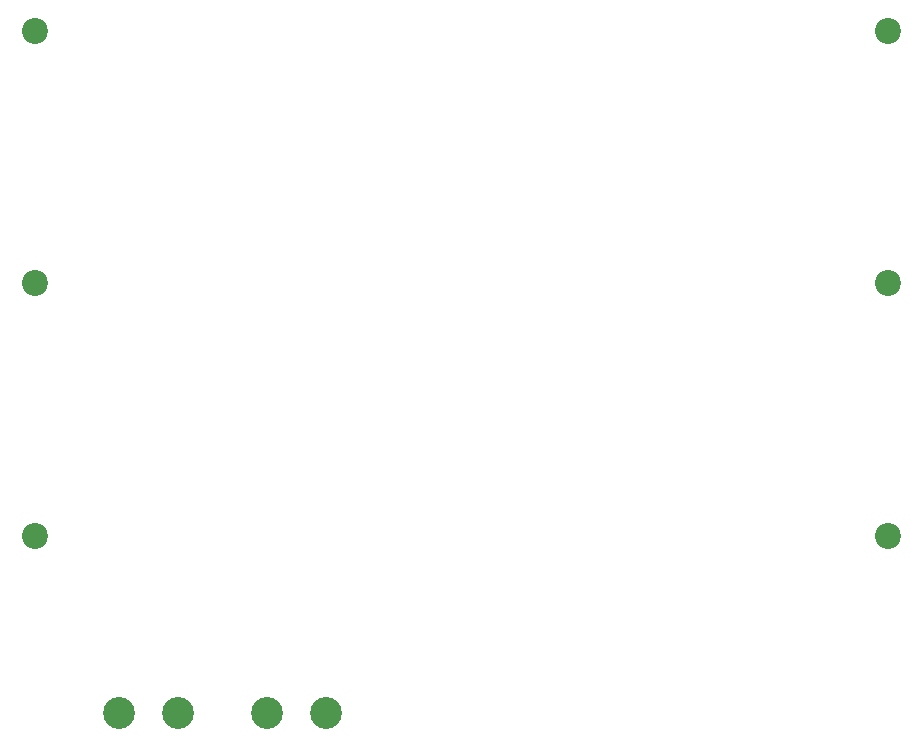
<source format=gbr>
%TF.GenerationSoftware,Altium Limited,Altium Designer,21.6.1 (37)*%
G04 Layer_Color=255*
%FSLAX45Y45*%
%MOMM*%
%TF.SameCoordinates,713E3131-B0EE-4415-9D9D-843BC13DAD56*%
%TF.FilePolarity,Positive*%
%TF.FileFunction,Pads,Top*%
%TF.Part,Single*%
G01*
G75*
%TA.AperFunction,ComponentPad*%
%ADD10C,2.20000*%
%ADD11C,2.70000*%
D10*
X7611000Y6180000D02*
D03*
X389000Y6180000D02*
D03*
X7611000Y4040000D02*
D03*
X389000Y4040000D02*
D03*
X7611000Y1900000D02*
D03*
X389000Y1900000D02*
D03*
D11*
X2850000Y400000D02*
D03*
X2350000D02*
D03*
X1600000D02*
D03*
X1100000D02*
D03*
%TF.MD5,2ef8b4e899126b96a89bba7cbda5a944*%
M02*

</source>
